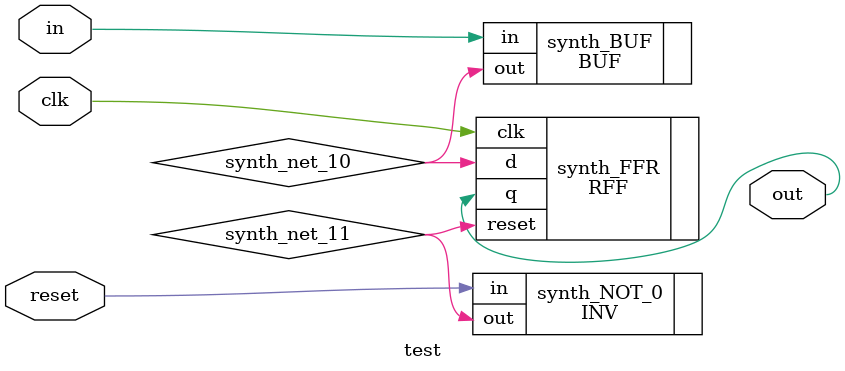
<source format=v>
module test(clk, in, out, reset);
input in;
input clk;
input reset;
output out;

wire  synth_net_10;
wire  synth_net_11;
INV synth_NOT_0(.in(reset), .out(
    synth_net_11));
RFF synth_FFR(.d(synth_net_10), .clk(clk), .reset(
    synth_net_11), .q(out));
BUF synth_BUF(.in(in), .out(synth_net_10));

endmodule


</source>
